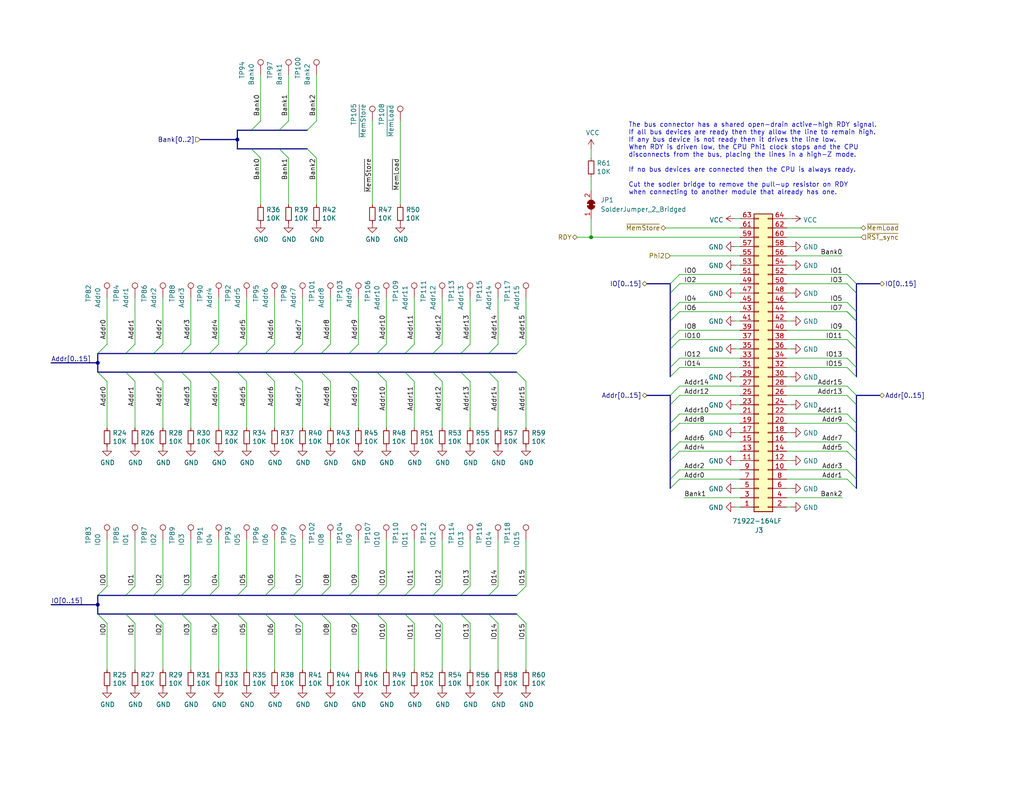
<source format=kicad_sch>
(kicad_sch (version 20230121) (generator eeschema)
  (paper "USLetter")
  (title_block (title "System Bus Connector") (date "2023-03-22") (rev "B") (comment 4 "Peripheral devices on separate boards connect to the system bus here."))
  (junction (at 161.29 64.77))
  (junction (at 26.67 165.1))
  (junction (at 64.77 38.1))
  (junction (at 26.67 99.06))
  (bus_entry (at 86.36 43.18) (size -2.54 -2.54))
  (bus_entry (at 128.27 160.02) (size -2.54 2.54))
  (bus_entry (at 59.69 160.02) (size -2.54 2.54))
  (bus_entry (at 135.89 170.18) (size -2.54 -2.54))
  (bus_entry (at 185.42 97.79) (size -2.54 2.54))
  (bus_entry (at 231.14 74.93) (size 2.54 2.54))
  (bus_entry (at 71.12 43.18) (size -2.54 -2.54))
  (bus_entry (at 233.68 125.73) (size -2.54 -2.54))
  (bus_entry (at 185.42 105.41) (size -2.54 2.54))
  (bus_entry (at 78.74 33.02) (size -2.54 2.54))
  (bus_entry (at 90.17 93.98) (size -2.54 2.54))
  (bus_entry (at 233.68 115.57) (size -2.54 -2.54))
  (bus_entry (at 185.42 77.47) (size -2.54 2.54))
  (bus_entry (at 185.42 128.27) (size -2.54 2.54))
  (bus_entry (at 82.55 104.14) (size -2.54 -2.54))
  (bus_entry (at 82.55 93.98) (size -2.54 2.54))
  (bus_entry (at 135.89 93.98) (size -2.54 2.54))
  (bus_entry (at 105.41 160.02) (size -2.54 2.54))
  (bus_entry (at 52.07 170.18) (size -2.54 -2.54))
  (bus_entry (at 36.83 104.14) (size -2.54 -2.54))
  (bus_entry (at 90.17 160.02) (size -2.54 2.54))
  (bus_entry (at 29.21 104.14) (size -2.54 -2.54))
  (bus_entry (at 233.68 118.11) (size -2.54 -2.54))
  (bus_entry (at 97.79 104.14) (size -2.54 -2.54))
  (bus_entry (at 78.74 43.18) (size -2.54 -2.54))
  (bus_entry (at 113.03 160.02) (size -2.54 2.54))
  (bus_entry (at 135.89 104.14) (size -2.54 -2.54))
  (bus_entry (at 97.79 170.18) (size -2.54 -2.54))
  (bus_entry (at 231.14 85.09) (size 2.54 2.54))
  (bus_entry (at 52.07 104.14) (size -2.54 -2.54))
  (bus_entry (at 67.31 160.02) (size -2.54 2.54))
  (bus_entry (at 44.45 104.14) (size -2.54 -2.54))
  (bus_entry (at 44.45 93.98) (size -2.54 2.54))
  (bus_entry (at 67.31 93.98) (size -2.54 2.54))
  (bus_entry (at 97.79 93.98) (size -2.54 2.54))
  (bus_entry (at 29.21 93.98) (size -2.54 2.54))
  (bus_entry (at 113.03 170.18) (size -2.54 -2.54))
  (bus_entry (at 44.45 160.02) (size -2.54 2.54))
  (bus_entry (at 185.42 82.55) (size -2.54 2.54))
  (bus_entry (at 128.27 104.14) (size -2.54 -2.54))
  (bus_entry (at 29.21 160.02) (size -2.54 2.54))
  (bus_entry (at 71.12 33.02) (size -2.54 2.54))
  (bus_entry (at 233.68 130.81) (size -2.54 -2.54))
  (bus_entry (at 231.14 85.09) (size 2.54 2.54))
  (bus_entry (at 233.68 110.49) (size -2.54 -2.54))
  (bus_entry (at 36.83 160.02) (size -2.54 2.54))
  (bus_entry (at 231.14 97.79) (size 2.54 2.54))
  (bus_entry (at 185.42 130.81) (size -2.54 2.54))
  (bus_entry (at 74.93 93.98) (size -2.54 2.54))
  (bus_entry (at 185.42 107.95) (size -2.54 2.54))
  (bus_entry (at 143.51 160.02) (size -2.54 2.54))
  (bus_entry (at 59.69 104.14) (size -2.54 -2.54))
  (bus_entry (at 185.42 100.33) (size -2.54 2.54))
  (bus_entry (at 231.14 82.55) (size 2.54 2.54))
  (bus_entry (at 52.07 93.98) (size -2.54 2.54))
  (bus_entry (at 143.51 93.98) (size -2.54 2.54))
  (bus_entry (at 120.65 160.02) (size -2.54 2.54))
  (bus_entry (at 231.14 90.17) (size 2.54 2.54))
  (bus_entry (at 185.42 113.03) (size -2.54 2.54))
  (bus_entry (at 185.42 92.71) (size -2.54 2.54))
  (bus_entry (at 59.69 93.98) (size -2.54 2.54))
  (bus_entry (at 97.79 160.02) (size -2.54 2.54))
  (bus_entry (at 143.51 170.18) (size -2.54 -2.54))
  (bus_entry (at 185.42 120.65) (size -2.54 2.54))
  (bus_entry (at 74.93 104.14) (size -2.54 -2.54))
  (bus_entry (at 90.17 170.18) (size -2.54 -2.54))
  (bus_entry (at 86.36 33.02) (size -2.54 2.54))
  (bus_entry (at 105.41 104.14) (size -2.54 -2.54))
  (bus_entry (at 233.68 133.35) (size -2.54 -2.54))
  (bus_entry (at 82.55 170.18) (size -2.54 -2.54))
  (bus_entry (at 82.55 160.02) (size -2.54 2.54))
  (bus_entry (at 67.31 104.14) (size -2.54 -2.54))
  (bus_entry (at 128.27 170.18) (size -2.54 -2.54))
  (bus_entry (at 59.69 170.18) (size -2.54 -2.54))
  (bus_entry (at 120.65 104.14) (size -2.54 -2.54))
  (bus_entry (at 231.14 100.33) (size 2.54 2.54))
  (bus_entry (at 44.45 170.18) (size -2.54 -2.54))
  (bus_entry (at 233.68 107.95) (size -2.54 -2.54))
  (bus_entry (at 105.41 170.18) (size -2.54 -2.54))
  (bus_entry (at 185.42 90.17) (size -2.54 2.54))
  (bus_entry (at 231.14 77.47) (size 2.54 2.54))
  (bus_entry (at 185.42 123.19) (size -2.54 2.54))
  (bus_entry (at 185.42 115.57) (size -2.54 2.54))
  (bus_entry (at 231.14 92.71) (size 2.54 2.54))
  (bus_entry (at 135.89 160.02) (size -2.54 2.54))
  (bus_entry (at 233.68 123.19) (size -2.54 -2.54))
  (bus_entry (at 52.07 160.02) (size -2.54 2.54))
  (bus_entry (at 67.31 170.18) (size -2.54 -2.54))
  (bus_entry (at 74.93 160.02) (size -2.54 2.54))
  (bus_entry (at 113.03 104.14) (size -2.54 -2.54))
  (bus_entry (at 128.27 93.98) (size -2.54 2.54))
  (bus_entry (at 36.83 170.18) (size -2.54 -2.54))
  (bus_entry (at 90.17 104.14) (size -2.54 -2.54))
  (bus_entry (at 29.21 170.18) (size -2.54 -2.54))
  (bus_entry (at 185.42 85.09) (size -2.54 2.54))
  (bus_entry (at 120.65 93.98) (size -2.54 2.54))
  (bus_entry (at 105.41 93.98) (size -2.54 2.54))
  (bus_entry (at 36.83 93.98) (size -2.54 2.54))
  (bus_entry (at 113.03 93.98) (size -2.54 2.54))
  (bus_entry (at 185.42 74.93) (size -2.54 2.54))
  (bus_entry (at 143.51 104.14) (size -2.54 -2.54))
  (bus_entry (at 120.65 170.18) (size -2.54 -2.54))
  (bus_entry (at 74.93 170.18) (size -2.54 -2.54))
  (bus (pts (xy 102.87 167.64) (xy 110.49 167.64)))
  (bus (pts (xy 57.15 162.56) (xy 64.77 162.56)))
  (bus (pts (xy 110.49 101.6) (xy 118.11 101.6)))
  (wire (pts (xy 185.42 113.03) (xy 201.93 113.03)))
  (bus (pts (xy 233.68 125.73) (xy 233.68 130.81)))
  (wire (pts (xy 215.9 95.25) (xy 214.63 95.25)))
  (bus (pts (xy 182.88 80.01) (xy 182.88 85.09)))
  (wire (pts (xy 214.63 100.33) (xy 231.14 100.33)))
  (wire (pts (xy 113.03 93.98) (xy 113.03 81.28)))
  (wire (pts (xy 214.63 97.79) (xy 231.14 97.79)))
  (bus (pts (xy 182.88 92.71) (xy 182.88 95.25)))
  (wire (pts (xy 231.14 120.65) (xy 214.63 120.65)))
  (bus (pts (xy 54.61 38.1) (xy 64.77 38.1)))
  (wire (pts (xy 59.69 104.14) (xy 59.69 116.84)))
  (bus (pts (xy 26.67 167.64) (xy 34.29 167.64)))
  (wire (pts (xy 186.69 135.89) (xy 201.93 135.89)))
  (bus (pts (xy 87.63 167.64) (xy 95.25 167.64)))
  (bus (pts (xy 133.35 96.52) (xy 140.97 96.52)))
  (bus (pts (xy 68.58 35.56) (xy 64.77 35.56)))
  (wire (pts (xy 97.79 160.02) (xy 97.79 147.32)))
  (bus (pts (xy 182.88 115.57) (xy 182.88 118.11)))
  (bus (pts (xy 233.68 107.95) (xy 233.68 110.49)))
  (bus (pts (xy 64.77 96.52) (xy 72.39 96.52)))
  (wire (pts (xy 71.12 43.18) (xy 71.12 55.88)))
  (bus (pts (xy 26.67 101.6) (xy 26.67 99.06)))
  (wire (pts (xy 135.89 160.02) (xy 135.89 147.32)))
  (bus (pts (xy 118.11 101.6) (xy 125.73 101.6)))
  (wire (pts (xy 101.6 33.02) (xy 101.6 55.88)))
  (wire (pts (xy 185.42 77.47) (xy 201.93 77.47)))
  (wire (pts (xy 161.29 48.26) (xy 161.29 52.07)))
  (wire (pts (xy 113.03 104.14) (xy 113.03 116.84)))
  (bus (pts (xy 233.68 130.81) (xy 233.68 133.35)))
  (bus (pts (xy 64.77 35.56) (xy 64.77 38.1)))
  (wire (pts (xy 90.17 160.02) (xy 90.17 147.32)))
  (wire (pts (xy 200.66 59.69) (xy 201.93 59.69)))
  (bus (pts (xy 233.68 118.11) (xy 233.68 123.19)))
  (wire (pts (xy 97.79 170.18) (xy 97.79 182.88)))
  (bus (pts (xy 80.01 96.52) (xy 87.63 96.52)))
  (wire (pts (xy 82.55 160.02) (xy 82.55 147.32)))
  (wire (pts (xy 161.29 40.64) (xy 161.29 43.18)))
  (bus (pts (xy 80.01 167.64) (xy 87.63 167.64)))
  (bus (pts (xy 182.88 130.81) (xy 182.88 133.35)))
  (wire (pts (xy 215.9 118.11) (xy 214.63 118.11)))
  (wire (pts (xy 90.17 93.98) (xy 90.17 81.28)))
  (wire (pts (xy 105.41 160.02) (xy 105.41 147.32)))
  (bus (pts (xy 64.77 38.1) (xy 64.77 40.64)))
  (bus (pts (xy 41.91 101.6) (xy 49.53 101.6)))
  (bus (pts (xy 41.91 96.52) (xy 49.53 96.52)))
  (bus (pts (xy 49.53 167.64) (xy 57.15 167.64)))
  (wire (pts (xy 185.42 115.57) (xy 201.93 115.57)))
  (bus (pts (xy 49.53 162.56) (xy 57.15 162.56)))
  (bus (pts (xy 240.03 107.95) (xy 233.68 107.95)))
  (wire (pts (xy 185.42 92.71) (xy 201.93 92.71)))
  (wire (pts (xy 128.27 160.02) (xy 128.27 147.32)))
  (wire (pts (xy 90.17 104.14) (xy 90.17 116.84)))
  (wire (pts (xy 200.66 125.73) (xy 201.93 125.73)))
  (bus (pts (xy 76.2 40.64) (xy 83.82 40.64)))
  (wire (pts (xy 200.66 110.49) (xy 201.93 110.49)))
  (wire (pts (xy 185.42 97.79) (xy 201.93 97.79)))
  (wire (pts (xy 185.42 82.55) (xy 201.93 82.55)))
  (bus (pts (xy 26.67 99.06) (xy 26.67 96.52)))
  (wire (pts (xy 185.42 74.93) (xy 201.93 74.93)))
  (bus (pts (xy 240.03 77.47) (xy 233.68 77.47)))
  (bus (pts (xy 182.88 87.63) (xy 182.88 92.71)))
  (wire (pts (xy 120.65 93.98) (xy 120.65 81.28)))
  (wire (pts (xy 29.21 160.02) (xy 29.21 147.32)))
  (bus (pts (xy 80.01 162.56) (xy 87.63 162.56)))
  (bus (pts (xy 233.68 92.71) (xy 233.68 95.25)))
  (wire (pts (xy 74.93 170.18) (xy 74.93 182.88)))
  (wire (pts (xy 29.21 170.18) (xy 29.21 182.88)))
  (bus (pts (xy 182.88 85.09) (xy 182.88 87.63)))
  (bus (pts (xy 182.88 125.73) (xy 182.88 130.81)))
  (bus (pts (xy 102.87 162.56) (xy 110.49 162.56)))
  (wire (pts (xy 97.79 104.14) (xy 97.79 116.84)))
  (wire (pts (xy 52.07 170.18) (xy 52.07 182.88)))
  (bus (pts (xy 176.53 107.95) (xy 182.88 107.95)))
  (bus (pts (xy 95.25 96.52) (xy 102.87 96.52)))
  (bus (pts (xy 57.15 96.52) (xy 64.77 96.52)))
  (bus (pts (xy 125.73 167.64) (xy 133.35 167.64)))
  (wire (pts (xy 44.45 160.02) (xy 44.45 147.32)))
  (wire (pts (xy 182.88 69.85) (xy 201.93 69.85)))
  (wire (pts (xy 128.27 104.14) (xy 128.27 116.84)))
  (wire (pts (xy 231.14 130.81) (xy 214.63 130.81)))
  (wire (pts (xy 201.93 120.65) (xy 185.42 120.65)))
  (wire (pts (xy 200.66 138.43) (xy 201.93 138.43)))
  (wire (pts (xy 200.66 118.11) (xy 201.93 118.11)))
  (wire (pts (xy 44.45 170.18) (xy 44.45 182.88)))
  (wire (pts (xy 200.66 80.01) (xy 201.93 80.01)))
  (bus (pts (xy 64.77 162.56) (xy 72.39 162.56)))
  (bus (pts (xy 233.68 95.25) (xy 233.68 100.33)))
  (wire (pts (xy 67.31 160.02) (xy 67.31 147.32)))
  (wire (pts (xy 214.63 113.03) (xy 231.14 113.03)))
  (wire (pts (xy 52.07 160.02) (xy 52.07 147.32)))
  (wire (pts (xy 82.55 170.18) (xy 82.55 182.88)))
  (bus (pts (xy 118.11 167.64) (xy 125.73 167.64)))
  (wire (pts (xy 157.48 64.77) (xy 161.29 64.77)))
  (bus (pts (xy 182.88 95.25) (xy 182.88 100.33)))
  (wire (pts (xy 143.51 160.02) (xy 143.51 147.32)))
  (bus (pts (xy 13.97 165.1) (xy 26.67 165.1)))
  (wire (pts (xy 215.9 102.87) (xy 214.63 102.87)))
  (bus (pts (xy 233.68 115.57) (xy 233.68 118.11)))
  (bus (pts (xy 57.15 167.64) (xy 64.77 167.64)))
  (wire (pts (xy 215.9 80.01) (xy 214.63 80.01)))
  (wire (pts (xy 214.63 123.19) (xy 231.14 123.19)))
  (wire (pts (xy 200.66 95.25) (xy 201.93 95.25)))
  (bus (pts (xy 26.67 96.52) (xy 34.29 96.52)))
  (bus (pts (xy 34.29 162.56) (xy 41.91 162.56)))
  (bus (pts (xy 233.68 110.49) (xy 233.68 115.57)))
  (bus (pts (xy 176.53 77.47) (xy 182.88 77.47)))
  (bus (pts (xy 125.73 96.52) (xy 133.35 96.52)))
  (wire (pts (xy 231.14 105.41) (xy 214.63 105.41)))
  (wire (pts (xy 113.03 170.18) (xy 113.03 182.88)))
  (wire (pts (xy 36.83 160.02) (xy 36.83 147.32)))
  (wire (pts (xy 185.42 105.41) (xy 201.93 105.41)))
  (wire (pts (xy 214.63 85.09) (xy 231.14 85.09)))
  (wire (pts (xy 200.66 133.35) (xy 201.93 133.35)))
  (bus (pts (xy 26.67 101.6) (xy 34.29 101.6)))
  (wire (pts (xy 231.14 128.27) (xy 214.63 128.27)))
  (bus (pts (xy 95.25 167.64) (xy 102.87 167.64)))
  (wire (pts (xy 214.63 90.17) (xy 231.14 90.17)))
  (wire (pts (xy 120.65 170.18) (xy 120.65 182.88)))
  (bus (pts (xy 182.88 107.95) (xy 182.88 110.49)))
  (bus (pts (xy 76.2 35.56) (xy 68.58 35.56)))
  (wire (pts (xy 231.14 107.95) (xy 214.63 107.95)))
  (wire (pts (xy 59.69 170.18) (xy 59.69 182.88)))
  (wire (pts (xy 185.42 90.17) (xy 201.93 90.17)))
  (wire (pts (xy 67.31 170.18) (xy 67.31 182.88)))
  (bus (pts (xy 72.39 96.52) (xy 80.01 96.52)))
  (bus (pts (xy 110.49 162.56) (xy 118.11 162.56)))
  (bus (pts (xy 110.49 167.64) (xy 118.11 167.64)))
  (wire (pts (xy 78.74 43.18) (xy 78.74 55.88)))
  (wire (pts (xy 214.63 59.69) (xy 215.9 59.69)))
  (bus (pts (xy 87.63 96.52) (xy 95.25 96.52)))
  (wire (pts (xy 231.14 74.93) (xy 214.63 74.93)))
  (wire (pts (xy 105.41 104.14) (xy 105.41 116.84)))
  (wire (pts (xy 82.55 104.14) (xy 82.55 116.84)))
  (wire (pts (xy 74.93 104.14) (xy 74.93 116.84)))
  (wire (pts (xy 200.66 67.31) (xy 201.93 67.31)))
  (wire (pts (xy 185.42 128.27) (xy 201.93 128.27)))
  (bus (pts (xy 49.53 96.52) (xy 57.15 96.52)))
  (bus (pts (xy 13.97 99.06) (xy 26.67 99.06)))
  (wire (pts (xy 181.61 62.23) (xy 201.93 62.23)))
  (bus (pts (xy 83.82 35.56) (xy 76.2 35.56)))
  (wire (pts (xy 215.9 67.31) (xy 214.63 67.31)))
  (bus (pts (xy 233.68 100.33) (xy 233.68 102.87)))
  (wire (pts (xy 36.83 170.18) (xy 36.83 182.88)))
  (wire (pts (xy 214.63 92.71) (xy 231.14 92.71)))
  (bus (pts (xy 34.29 167.64) (xy 41.91 167.64)))
  (wire (pts (xy 135.89 104.14) (xy 135.89 116.84)))
  (wire (pts (xy 143.51 104.14) (xy 143.51 116.84)))
  (bus (pts (xy 72.39 162.56) (xy 80.01 162.56)))
  (wire (pts (xy 200.66 87.63) (xy 201.93 87.63)))
  (wire (pts (xy 215.9 87.63) (xy 214.63 87.63)))
  (wire (pts (xy 59.69 160.02) (xy 59.69 147.32)))
  (bus (pts (xy 26.67 167.64) (xy 26.67 165.1)))
  (bus (pts (xy 118.11 96.52) (xy 125.73 96.52)))
  (wire (pts (xy 201.93 130.81) (xy 185.42 130.81)))
  (bus (pts (xy 233.68 77.47) (xy 233.68 80.01)))
  (wire (pts (xy 82.55 93.98) (xy 82.55 81.28)))
  (bus (pts (xy 118.11 162.56) (xy 125.73 162.56)))
  (bus (pts (xy 182.88 100.33) (xy 182.88 102.87)))
  (wire (pts (xy 71.12 33.02) (xy 71.12 20.32)))
  (bus (pts (xy 133.35 167.64) (xy 140.97 167.64)))
  (wire (pts (xy 36.83 104.14) (xy 36.83 116.84)))
  (bus (pts (xy 34.29 101.6) (xy 41.91 101.6)))
  (wire (pts (xy 97.79 93.98) (xy 97.79 81.28)))
  (wire (pts (xy 143.51 93.98) (xy 143.51 81.28)))
  (bus (pts (xy 72.39 101.6) (xy 80.01 101.6)))
  (wire (pts (xy 128.27 170.18) (xy 128.27 182.88)))
  (wire (pts (xy 128.27 93.98) (xy 128.27 81.28)))
  (bus (pts (xy 34.29 96.52) (xy 41.91 96.52)))
  (wire (pts (xy 214.63 64.77) (xy 234.95 64.77)))
  (bus (pts (xy 102.87 96.52) (xy 110.49 96.52)))
  (wire (pts (xy 113.03 160.02) (xy 113.03 147.32)))
  (bus (pts (xy 64.77 101.6) (xy 72.39 101.6)))
  (bus (pts (xy 182.88 110.49) (xy 182.88 115.57)))
  (bus (pts (xy 87.63 101.6) (xy 95.25 101.6)))
  (bus (pts (xy 133.35 162.56) (xy 140.97 162.56)))
  (wire (pts (xy 67.31 104.14) (xy 67.31 116.84)))
  (wire (pts (xy 120.65 160.02) (xy 120.65 147.32)))
  (wire (pts (xy 234.95 62.23) (xy 214.63 62.23)))
  (bus (pts (xy 125.73 101.6) (xy 133.35 101.6)))
  (wire (pts (xy 44.45 93.98) (xy 44.45 81.28)))
  (wire (pts (xy 215.9 125.73) (xy 214.63 125.73)))
  (bus (pts (xy 110.49 96.52) (xy 118.11 96.52)))
  (wire (pts (xy 200.66 102.87) (xy 201.93 102.87)))
  (wire (pts (xy 185.42 123.19) (xy 201.93 123.19)))
  (bus (pts (xy 41.91 167.64) (xy 49.53 167.64)))
  (wire (pts (xy 201.93 107.95) (xy 185.42 107.95)))
  (bus (pts (xy 233.68 87.63) (xy 233.68 92.71)))
  (bus (pts (xy 49.53 101.6) (xy 57.15 101.6)))
  (bus (pts (xy 72.39 167.64) (xy 80.01 167.64)))
  (bus (pts (xy 57.15 101.6) (xy 64.77 101.6)))
  (wire (pts (xy 74.93 93.98) (xy 74.93 81.28)))
  (bus (pts (xy 233.68 85.09) (xy 233.68 87.63)))
  (bus (pts (xy 233.68 80.01) (xy 233.68 85.09)))
  (bus (pts (xy 26.67 165.1) (xy 26.67 162.56)))
  (wire (pts (xy 86.36 43.18) (xy 86.36 55.88)))
  (wire (pts (xy 231.14 115.57) (xy 214.63 115.57)))
  (bus (pts (xy 102.87 101.6) (xy 110.49 101.6)))
  (bus (pts (xy 64.77 167.64) (xy 72.39 167.64)))
  (wire (pts (xy 135.89 170.18) (xy 135.89 182.88)))
  (bus (pts (xy 133.35 101.6) (xy 140.97 101.6)))
  (bus (pts (xy 80.01 101.6) (xy 87.63 101.6)))
  (wire (pts (xy 143.51 170.18) (xy 143.51 182.88)))
  (bus (pts (xy 95.25 101.6) (xy 102.87 101.6)))
  (wire (pts (xy 36.83 93.98) (xy 36.83 81.28)))
  (wire (pts (xy 215.9 72.39) (xy 214.63 72.39)))
  (wire (pts (xy 185.42 100.33) (xy 201.93 100.33)))
  (wire (pts (xy 214.63 82.55) (xy 231.14 82.55)))
  (wire (pts (xy 215.9 138.43) (xy 214.63 138.43)))
  (wire (pts (xy 44.45 104.14) (xy 44.45 116.84)))
  (bus (pts (xy 41.91 162.56) (xy 49.53 162.56)))
  (wire (pts (xy 109.22 33.02) (xy 109.22 55.88)))
  (wire (pts (xy 231.14 77.47) (xy 214.63 77.47)))
  (wire (pts (xy 105.41 93.98) (xy 105.41 81.28)))
  (wire (pts (xy 120.65 104.14) (xy 120.65 116.84)))
  (wire (pts (xy 135.89 93.98) (xy 135.89 81.28)))
  (wire (pts (xy 67.31 93.98) (xy 67.31 81.28)))
  (bus (pts (xy 26.67 162.56) (xy 34.29 162.56)))
  (wire (pts (xy 29.21 93.98) (xy 29.21 81.28)))
  (wire (pts (xy 52.07 93.98) (xy 52.07 81.28)))
  (wire (pts (xy 105.41 170.18) (xy 105.41 182.88)))
  (bus (pts (xy 182.88 118.11) (xy 182.88 123.19)))
  (wire (pts (xy 86.36 33.02) (xy 86.36 20.32)))
  (wire (pts (xy 185.42 85.09) (xy 201.93 85.09)))
  (wire (pts (xy 161.29 64.77) (xy 201.93 64.77)))
  (wire (pts (xy 90.17 170.18) (xy 90.17 182.88)))
  (bus (pts (xy 95.25 162.56) (xy 102.87 162.56)))
  (bus (pts (xy 87.63 162.56) (xy 95.25 162.56)))
  (bus (pts (xy 68.58 40.64) (xy 76.2 40.64)))
  (wire (pts (xy 161.29 59.69) (xy 161.29 64.77)))
  (bus (pts (xy 125.73 162.56) (xy 133.35 162.56)))
  (wire (pts (xy 52.07 104.14) (xy 52.07 116.84)))
  (wire (pts (xy 215.9 133.35) (xy 214.63 133.35)))
  (wire (pts (xy 29.21 104.14) (xy 29.21 116.84)))
  (wire (pts (xy 215.9 110.49) (xy 214.63 110.49)))
  (wire (pts (xy 78.74 33.02) (xy 78.74 20.32)))
  (wire (pts (xy 229.87 135.89) (xy 214.63 135.89)))
  (wire (pts (xy 59.69 93.98) (xy 59.69 81.28)))
  (bus (pts (xy 182.88 77.47) (xy 182.88 80.01)))
  (bus (pts (xy 182.88 123.19) (xy 182.88 125.73)))
  (bus (pts (xy 233.68 123.19) (xy 233.68 125.73)))
  (wire (pts (xy 200.66 72.39) (xy 201.93 72.39)))
  (wire (pts (xy 74.93 160.02) (xy 74.93 147.32)))
  (bus (pts (xy 64.77 40.64) (xy 68.58 40.64)))
  (wire (pts (xy 229.87 69.85) (xy 214.63 69.85)))
  (text "The bus connector has a shared open-drain active-high RDY signal.\nIf all bus devices are ready then they allow the line to remain high.\nIf any bus device is not ready then it drives the line low.\nWhen RDY is driven low, the CPU Phi1 clock stops and the CPU\ndisconnects from the bus, placing the lines in a high-Z mode.\n\nIf no bus devices are connected then the CPU is always ready.\n\nCut the sodler bridge to remove the pull-up resistor on RDY\nwhen connecting to another module that already has one." (at 171.45 53.34 0) (effects (font (size 1.27 1.27)) (justify left bottom)))
  (label "Addr8" (at 90.17 92.71 90))
  (label "Addr0" (at 29.21 105.41 270))
  (label "Bank0" (at 229.87 69.85 180))
  (label "IO5" (at 67.31 170.18 270))
  (label "Addr10" (at 105.41 105.41 270))
  (label "Addr13" (at 128.27 92.71 90))
  (label "IO11" (at 113.03 160.02 90))
  (label "Bank1" (at 186.69 135.89 0))
  (label "IO0" (at 29.21 170.18 270))
  (label "Addr13" (at 229.87 107.95 180))
  (label "Addr15" (at 143.51 92.71 90))
  (label "IO9" (at 97.79 170.18 270))
  (label "Addr15" (at 143.51 105.41 270))
  (label "Bank0" (at 71.12 43.18 270))
  (label "Bank2" (at 86.36 31.75 90))
  (label "Addr2" (at 44.45 105.41 270))
  (label "Addr5" (at 67.31 105.41 270))
  (label "IO1" (at 36.83 160.02 90))
  (label "Addr13" (at 128.27 105.41 270))
  (label "Addr7" (at 82.55 92.71 90))
  (label "Addr3" (at 52.07 92.71 90))
  (label "Addr10" (at 105.41 92.71 90))
  (label "Addr11" (at 113.03 105.41 270))
  (label "Addr6" (at 74.93 92.71 90))
  (label "IO8" (at 90.17 170.18 270))
  (label "Addr4" (at 186.69 123.19 0))
  (label "IO10" (at 186.69 92.71 0))
  (label "IO6" (at 186.69 85.09 0))
  (label "IO15" (at 143.51 170.18 270))
  (label "IO6" (at 74.93 170.18 270))
  (label "Addr4" (at 59.69 105.41 270))
  (label "Bank2" (at 229.87 135.89 180))
  (label "IO7" (at 82.55 160.02 90))
  (label "Addr14" (at 135.89 105.41 270))
  (label "Addr8" (at 186.69 115.57 0))
  (label "Addr7" (at 229.87 120.65 180))
  (label "IO7" (at 229.87 85.09 180))
  (label "Addr3" (at 52.07 105.41 270))
  (label "Addr7" (at 82.55 105.41 270))
  (label "Addr1" (at 229.87 130.81 180))
  (label "Addr6" (at 74.93 105.41 270))
  (label "IO7" (at 82.55 170.18 270))
  (label "Addr5" (at 229.87 123.19 180))
  (label "IO1" (at 36.83 170.18 270))
  (label "IO0" (at 186.69 74.93 0))
  (label "IO0" (at 29.21 160.02 90))
  (label "Addr15" (at 229.87 105.41 180))
  (label "~{MemStore}" (at 101.6 43.18 270))
  (label "Addr14" (at 186.69 105.41 0))
  (label "Addr9" (at 229.87 115.57 180))
  (label "IO13" (at 128.27 170.18 270))
  (label "IO11" (at 113.03 170.18 270))
  (label "IO5" (at 229.87 82.55 180))
  (label "Addr9" (at 97.79 105.41 270))
  (label "Addr5" (at 67.31 92.71 90))
  (label "IO6" (at 74.93 160.02 90))
  (label "IO9" (at 97.79 160.02 90))
  (label "IO4" (at 59.69 160.02 90))
  (label "IO15" (at 229.87 100.33 180))
  (label "Addr12" (at 186.69 107.95 0))
  (label "IO12" (at 120.65 160.02 90))
  (label "Addr0" (at 186.69 130.81 0))
  (label "IO2" (at 186.69 77.47 0))
  (label "IO9" (at 229.87 90.17 180))
  (label "IO14" (at 135.89 160.02 90))
  (label "IO11" (at 229.87 92.71 180))
  (label "Bank1" (at 78.74 43.18 270))
  (label "Addr2" (at 44.45 92.71 90))
  (label "IO2" (at 44.45 160.02 90))
  (label "IO10" (at 105.41 170.18 270))
  (label "Addr8" (at 90.17 105.41 270))
  (label "Addr6" (at 186.69 120.65 0))
  (label "IO3" (at 52.07 160.02 90))
  (label "Addr12" (at 120.65 92.71 90))
  (label "IO13" (at 229.87 97.79 180))
  (label "Addr4" (at 59.69 92.71 90))
  (label "Addr11" (at 113.03 92.71 90))
  (label "IO10" (at 105.41 160.02 90))
  (label "IO4" (at 186.69 82.55 0))
  (label "IO3" (at 229.87 77.47 180))
  (label "IO8" (at 186.69 90.17 0))
  (label "Addr14" (at 135.89 92.71 90))
  (label "~{MemLoad}" (at 109.22 43.18 270))
  (label "IO14" (at 186.69 100.33 0))
  (label "Bank2" (at 86.36 43.18 270))
  (label "Addr12" (at 120.65 105.41 270))
  (label "Addr[0..15]" (at 13.97 99.06 0))
  (label "IO15" (at 143.51 160.02 90))
  (label "Addr0" (at 29.21 92.71 90))
  (label "IO4" (at 59.69 170.18 270))
  (label "Addr10" (at 186.69 113.03 0))
  (label "IO2" (at 44.45 170.18 270))
  (label "IO8" (at 90.17 160.02 90))
  (label "Bank0" (at 71.12 31.75 90))
  (label "IO14" (at 135.89 170.18 270))
  (label "Addr3" (at 229.87 128.27 180))
  (label "IO12" (at 120.65 170.18 270))
  (label "IO5" (at 67.31 160.02 90))
  (label "IO[0..15]" (at 13.97 165.1 0))
  (label "Addr1" (at 36.83 92.71 90))
  (label "IO3" (at 52.07 170.18 270))
  (label "IO12" (at 186.69 97.79 0))
  (label "Bank1" (at 78.74 31.75 90))
  (label "Addr2" (at 186.69 128.27 0))
  (label "Addr1" (at 36.83 105.41 270))
  (label "Addr11" (at 229.87 113.03 180))
  (label "Addr9" (at 97.79 92.71 90))
  (label "IO1" (at 229.87 74.93 180))
  (label "IO13" (at 128.27 160.02 90))
  (hierarchical_label "~{MemStore}" (shape tri_state) (at 181.61 62.23 180))
  (hierarchical_label "Bank[0..2]" (shape input) (at 54.61 38.1 180))
  (hierarchical_label "~{RST_sync}" (shape input) (at 234.95 64.77 0))
  (hierarchical_label "RDY" (shape bidirectional) (at 157.48 64.77 180))
  (hierarchical_label "IO[0..15]" (shape tri_state) (at 240.03 77.47 0))
  (hierarchical_label "Addr[0..15]" (shape tri_state) (at 176.53 107.95 180))
  (hierarchical_label "~{MemLoad}" (shape tri_state) (at 234.95 62.23 0))
  (hierarchical_label "IO[0..15]" (shape tri_state) (at 176.53 77.47 180))
  (hierarchical_label "Addr[0..15]" (shape tri_state) (at 240.03 107.95 0))
  (hierarchical_label "Phi2" (shape input) (at 182.88 69.85 180))
  (symbol (lib_id "Connector_Generic:Conn_02x32_Odd_Even") (at 207.01 100.33 0) (mirror x) (unit 1)
    (property "Reference" "J3" (at 208.28 144.78 0) (effects (justify right)))
    (property "Value" "71922-164LF" (at 213.36 142.24 0) (effects (justify right)))
    (property "Footprint" "Connector_IDC:IDC-Header_2x32_P2.54mm_Horizontal" (effects hide))
    (property "Mouser" "https://www.mouser.com/ProductDetail/Amphenol-FCI/71922-164LF?qs=sGAEpiMZZMtXHE36kCvv3%2FocQ30y1qC0" (effects hide))
  )
  (symbol (lib_id "power:GND") (at 215.9 133.35 90) (mirror x) (unit 1)
    (property "Reference" "#PWR0465" (effects hide))
    (property "Value" "GND" (at 219.1512 133.477 90) (effects (justify right)))
  )
  (symbol (lib_id "power:GND") (at 200.66 67.31 270) (unit 1)
    (property "Reference" "#PWR0444" (effects hide))
    (property "Value" "GND" (at 197.4088 67.437 90) (effects (justify right)))
  )
  (symbol (lib_id "power:VCC") (at 161.29 40.64 0) (unit 1)
    (property "Reference" "#PWR0442" (effects hide))
    (property "Value" "VCC" (at 161.7218 36.2458 0))
  )
  (symbol (lib_id "Device:R_Small") (at 161.29 45.72 0) (unit 1)
    (property "Reference" "R61" (at 162.7886 44.5516 0) (effects (justify left)))
    (property "Value" "10K" (at 162.7886 46.863 0) (effects (justify left)))
    (property "Footprint" "Resistor_SMD:R_0603_1608Metric_Pad0.98x0.95mm_HandSolder" (effects hide))
    (property "Mouser" "https://www.mouser.com/ProductDetail/652-CR0603FX-1002ELF" (effects hide))
  )
  (symbol (lib_id "power:GND") (at 215.9 80.01 90) (mirror x) (unit 1)
    (property "Reference" "#PWR0458" (effects hide))
    (property "Value" "GND" (at 219.1512 80.137 90) (effects (justify right)))
  )
  (symbol (lib_id "power:GND") (at 200.66 80.01 270) (unit 1)
    (property "Reference" "#PWR0446" (effects hide))
    (property "Value" "GND" (at 197.4088 80.137 90) (effects (justify right)))
  )
  (symbol (lib_id "power:VCC") (at 215.9 59.69 270) (unit 1)
    (property "Reference" "#PWR0455" (effects hide))
    (property "Value" "VCC" (at 219.1512 60.071 90) (effects (justify left)))
  )
  (symbol (lib_id "power:VCC") (at 200.66 59.69 90) (mirror x) (unit 1)
    (property "Reference" "#PWR0443" (effects hide))
    (property "Value" "VCC" (at 197.4342 60.071 90) (effects (justify left)))
  )
  (symbol (lib_id "power:GND") (at 71.12 60.96 0) (unit 1)
    (property "Reference" "#PWR0417" (effects hide))
    (property "Value" "GND" (at 71.247 65.3542 0))
  )
  (symbol (lib_id "power:GND") (at 78.74 60.96 0) (unit 1)
    (property "Reference" "#PWR0420" (effects hide))
    (property "Value" "GND" (at 78.867 65.3542 0))
  )
  (symbol (lib_id "power:GND") (at 86.36 60.96 0) (unit 1)
    (property "Reference" "#PWR0423" (effects hide))
    (property "Value" "GND" (at 86.487 65.3542 0))
  )
  (symbol (lib_id "Device:R_Small") (at 71.12 58.42 0) (unit 1)
    (property "Reference" "R36" (at 72.6186 57.2516 0) (effects (justify left)))
    (property "Value" "10K" (at 72.6186 59.563 0) (effects (justify left)))
    (property "Footprint" "Resistor_SMD:R_0603_1608Metric_Pad0.98x0.95mm_HandSolder" (effects hide))
    (property "Mouser" "https://www.mouser.com/ProductDetail/652-CR0603FX-1002ELF" (effects hide))
  )
  (symbol (lib_id "Device:R_Small") (at 78.74 58.42 0) (unit 1)
    (property "Reference" "R39" (at 80.2386 57.2516 0) (effects (justify left)))
    (property "Value" "10K" (at 80.2386 59.563 0) (effects (justify left)))
    (property "Footprint" "Resistor_SMD:R_0603_1608Metric_Pad0.98x0.95mm_HandSolder" (effects hide))
    (property "Mouser" "https://www.mouser.com/ProductDetail/652-CR0603FX-1002ELF" (effects hide))
  )
  (symbol (lib_id "Device:R_Small") (at 86.36 58.42 0) (unit 1)
    (property "Reference" "R42" (at 87.8586 57.2516 0) (effects (justify left)))
    (property "Value" "10K" (at 87.8586 59.563 0) (effects (justify left)))
    (property "Footprint" "Resistor_SMD:R_0603_1608Metric_Pad0.98x0.95mm_HandSolder" (effects hide))
    (property "Mouser" "https://www.mouser.com/ProductDetail/652-CR0603FX-1002ELF" (effects hide))
  )
  (symbol (lib_id "power:GND") (at 200.66 118.11 270) (unit 1)
    (property "Reference" "#PWR0451" (effects hide))
    (property "Value" "GND" (at 197.4088 118.237 90) (effects (justify right)))
  )
  (symbol (lib_id "power:GND") (at 200.66 133.35 270) (unit 1)
    (property "Reference" "#PWR0453" (effects hide))
    (property "Value" "GND" (at 197.4088 133.477 90) (effects (justify right)))
  )
  (symbol (lib_id "power:GND") (at 200.66 110.49 270) (unit 1)
    (property "Reference" "#PWR0450" (effects hide))
    (property "Value" "GND" (at 197.4088 110.617 90) (effects (justify right)))
  )
  (symbol (lib_id "power:GND") (at 215.9 87.63 90) (mirror x) (unit 1)
    (property "Reference" "#PWR0459" (effects hide))
    (property "Value" "GND" (at 219.1512 87.757 90) (effects (justify right)))
  )
  (symbol (lib_id "power:GND") (at 200.66 87.63 270) (unit 1)
    (property "Reference" "#PWR0447" (effects hide))
    (property "Value" "GND" (at 197.4088 87.757 90) (effects (justify right)))
  )
  (symbol (lib_id "power:GND") (at 200.66 125.73 270) (unit 1)
    (property "Reference" "#PWR0452" (effects hide))
    (property "Value" "GND" (at 197.4088 125.857 90) (effects (justify right)))
  )
  (symbol (lib_id "power:GND") (at 215.9 67.31 90) (mirror x) (unit 1)
    (property "Reference" "#PWR0456" (effects hide))
    (property "Value" "GND" (at 219.1512 67.437 90) (effects (justify right)))
  )
  (symbol (lib_id "power:GND") (at 215.9 110.49 90) (mirror x) (unit 1)
    (property "Reference" "#PWR0462" (effects hide))
    (property "Value" "GND" (at 219.1512 110.617 90) (effects (justify right)))
  )
  (symbol (lib_id "power:GND") (at 215.9 118.11 90) (mirror x) (unit 1)
    (property "Reference" "#PWR0463" (effects hide))
    (property "Value" "GND" (at 219.1512 118.237 90) (effects (justify right)))
  )
  (symbol (lib_id "power:GND") (at 215.9 125.73 90) (mirror x) (unit 1)
    (property "Reference" "#PWR0464" (effects hide))
    (property "Value" "GND" (at 219.1512 125.857 90) (effects (justify right)))
  )
  (symbol (lib_id "power:GND") (at 200.66 72.39 270) (unit 1)
    (property "Reference" "#PWR0445" (effects hide))
    (property "Value" "GND" (at 197.4088 72.517 90) (effects (justify right)))
  )
  (symbol (lib_id "power:GND") (at 215.9 72.39 90) (mirror x) (unit 1)
    (property "Reference" "#PWR0457" (effects hide))
    (property "Value" "GND" (at 219.1512 72.517 90) (effects (justify right)))
  )
  (symbol (lib_id "power:GND") (at 200.66 95.25 270) (unit 1)
    (property "Reference" "#PWR0448" (effects hide))
    (property "Value" "GND" (at 197.4088 95.377 90) (effects (justify right)))
  )
  (symbol (lib_id "power:GND") (at 200.66 102.87 270) (unit 1)
    (property "Reference" "#PWR0449" (effects hide))
    (property "Value" "GND" (at 197.4088 102.997 90) (effects (justify right)))
  )
  (symbol (lib_id "power:GND") (at 215.9 95.25 90) (mirror x) (unit 1)
    (property "Reference" "#PWR0460" (effects hide))
    (property "Value" "GND" (at 219.1512 95.377 90) (effects (justify right)))
  )
  (symbol (lib_id "power:GND") (at 215.9 102.87 90) (mirror x) (unit 1)
    (property "Reference" "#PWR0461" (effects hide))
    (property "Value" "GND" (at 219.1512 102.997 90) (effects (justify right)))
  )
  (symbol (lib_id "power:GND") (at 215.9 138.43 90) (mirror x) (unit 1)
    (property "Reference" "#PWR0466" (effects hide))
    (property "Value" "GND" (at 219.1512 138.557 90) (effects (justify right)))
  )
  (symbol (lib_id "power:GND") (at 200.66 138.43 270) (unit 1)
    (property "Reference" "#PWR0454" (effects hide))
    (property "Value" "GND" (at 197.4088 138.557 90) (effects (justify right)))
  )
  (symbol (lib_id "power:GND") (at 36.83 187.96 0) (unit 1)
    (property "Reference" "#PWR0408" (effects hide))
    (property "Value" "GND" (at 36.957 192.3542 0))
  )
  (symbol (lib_id "Device:R_Small") (at 44.45 119.38 0) (unit 1)
    (property "Reference" "R28" (at 45.9486 118.2116 0) (effects (justify left)))
    (property "Value" "10K" (at 45.9486 120.523 0) (effects (justify left)))
    (property "Footprint" "Resistor_SMD:R_0603_1608Metric_Pad0.98x0.95mm_HandSolder" (effects hide))
    (property "Mouser" "https://www.mouser.com/ProductDetail/652-CR0603FX-1002ELF" (effects hide))
  )
  (symbol (lib_id "Connector:TestPoint") (at 135.89 81.28 0) (unit 1)
    (property "Reference" "TP115" (at 130.81 82.55 90) (effects (justify left)))
    (property "Value" "Addr14" (at 133.35 81.28 90))
    (property "Footprint" "TestPoint:TestPoint_Pad_D1.0mm" (effects hide))
  )
  (symbol (lib_id "Device:R_Small") (at 113.03 185.42 0) (unit 1)
    (property "Reference" "R52" (at 114.5286 184.2516 0) (effects (justify left)))
    (property "Value" "10K" (at 114.5286 186.563 0) (effects (justify left)))
    (property "Footprint" "Resistor_SMD:R_0603_1608Metric_Pad0.98x0.95mm_HandSolder" (effects hide))
    (property "Mouser" "https://www.mouser.com/ProductDetail/652-CR0603FX-1002ELF" (effects hide))
  )
  (symbol (lib_id "power:GND") (at 97.79 187.96 0) (unit 1)
    (property "Reference" "#PWR0427" (effects hide))
    (property "Value" "GND" (at 97.917 192.3542 0))
  )
  (symbol (lib_id "power:GND") (at 101.6 60.96 0) (unit 1)
    (property "Reference" "#PWR0428" (effects hide))
    (property "Value" "GND" (at 101.727 65.3542 0))
  )
  (symbol (lib_id "Connector:TestPoint") (at 74.93 147.32 0) (unit 1)
    (property "Reference" "TP96" (at 69.85 148.59 90) (effects (justify left)))
    (property "Value" "IO6" (at 72.39 147.32 90))
    (property "Footprint" "TestPoint:TestPoint_Pad_D1.0mm" (effects hide))
  )
  (symbol (lib_id "Connector:TestPoint") (at 52.07 147.32 0) (unit 1)
    (property "Reference" "TP89" (at 46.99 148.59 90) (effects (justify left)))
    (property "Value" "IO3" (at 49.53 147.32 90))
    (property "Footprint" "TestPoint:TestPoint_Pad_D1.0mm" (effects hide))
  )
  (symbol (lib_id "power:GND") (at 120.65 187.96 0) (unit 1)
    (property "Reference" "#PWR0435" (effects hide))
    (property "Value" "GND" (at 120.777 192.3542 0))
  )
  (symbol (lib_id "Device:R_Small") (at 59.69 185.42 0) (unit 1)
    (property "Reference" "R33" (at 61.1886 184.2516 0) (effects (justify left)))
    (property "Value" "10K" (at 61.1886 186.563 0) (effects (justify left)))
    (property "Footprint" "Resistor_SMD:R_0603_1608Metric_Pad0.98x0.95mm_HandSolder" (effects hide))
    (property "Mouser" "https://www.mouser.com/ProductDetail/652-CR0603FX-1002ELF" (effects hide))
  )
  (symbol (lib_id "Connector:TestPoint") (at 128.27 81.28 0) (unit 1)
    (property "Reference" "TP113" (at 123.19 82.55 90) (effects (justify left)))
    (property "Value" "Addr13" (at 125.73 81.28 90))
    (property "Footprint" "TestPoint:TestPoint_Pad_D1.0mm" (effects hide))
  )
  (symbol (lib_id "Connector:TestPoint") (at 113.03 147.32 0) (unit 1)
    (property "Reference" "TP110" (at 107.95 148.59 90) (effects (justify left)))
    (property "Value" "IO11" (at 110.49 147.32 90))
    (property "Footprint" "TestPoint:TestPoint_Pad_D1.0mm" (effects hide))
  )
  (symbol (lib_id "Connector:TestPoint") (at 101.6 33.02 0) (unit 1)
    (property "Reference" "TP105" (at 96.52 34.29 90) (effects (justify left)))
    (property "Value" "~{MemStore}" (at 99.06 33.02 90))
    (property "Footprint" "TestPoint:TestPoint_Pad_D1.0mm" (effects hide))
  )
  (symbol (lib_id "power:GND") (at 105.41 121.92 0) (unit 1)
    (property "Reference" "#PWR0429" (effects hide))
    (property "Value" "GND" (at 105.537 126.3142 0))
  )
  (symbol (lib_id "power:GND") (at 82.55 187.96 0) (unit 1)
    (property "Reference" "#PWR0422" (effects hide))
    (property "Value" "GND" (at 82.677 192.3542 0))
  )
  (symbol (lib_id "power:GND") (at 29.21 187.96 0) (unit 1)
    (property "Reference" "#PWR0406" (effects hide))
    (property "Value" "GND" (at 29.337 192.3542 0))
  )
  (symbol (lib_id "Connector:TestPoint") (at 97.79 81.28 0) (unit 1)
    (property "Reference" "TP103" (at 92.71 82.55 90) (effects (justify left)))
    (property "Value" "Addr9" (at 95.25 81.28 90))
    (property "Footprint" "TestPoint:TestPoint_Pad_D1.0mm" (effects hide))
  )
  (symbol (lib_id "power:GND") (at 67.31 121.92 0) (unit 1)
    (property "Reference" "#PWR0415" (effects hide))
    (property "Value" "GND" (at 67.437 126.3142 0))
  )
  (symbol (lib_id "Connector:TestPoint") (at 78.74 20.32 0) (unit 1)
    (property "Reference" "TP97" (at 73.66 21.59 90) (effects (justify left)))
    (property "Value" "Bank1" (at 76.2 20.32 90))
    (property "Footprint" "TestPoint:TestPoint_Pad_D1.0mm" (effects hide))
  )
  (symbol (lib_id "Connector:TestPoint") (at 120.65 147.32 0) (unit 1)
    (property "Reference" "TP112" (at 115.57 148.59 90) (effects (justify left)))
    (property "Value" "IO12" (at 118.11 147.32 90))
    (property "Footprint" "TestPoint:TestPoint_Pad_D1.0mm" (effects hide))
  )
  (symbol (lib_id "Connector:TestPoint") (at 59.69 81.28 0) (unit 1)
    (property "Reference" "TP90" (at 54.61 82.55 90) (effects (justify left)))
    (property "Value" "Addr4" (at 57.15 81.28 90))
    (property "Footprint" "TestPoint:TestPoint_Pad_D1.0mm" (effects hide))
  )
  (symbol (lib_id "power:GND") (at 44.45 121.92 0) (unit 1)
    (property "Reference" "#PWR0409" (effects hide))
    (property "Value" "GND" (at 44.577 126.3142 0))
  )
  (symbol (lib_id "Device:R_Small") (at 105.41 119.38 0) (unit 1)
    (property "Reference" "R48" (at 106.9086 118.2116 0) (effects (justify left)))
    (property "Value" "10K" (at 106.9086 120.523 0) (effects (justify left)))
    (property "Footprint" "Resistor_SMD:R_0603_1608Metric_Pad0.98x0.95mm_HandSolder" (effects hide))
    (property "Mouser" "https://www.mouser.com/ProductDetail/652-CR0603FX-1002ELF" (effects hide))
  )
  (symbol (lib_id "power:GND") (at 113.03 121.92 0) (unit 1)
    (property "Reference" "#PWR0432" (effects hide))
    (property "Value" "GND" (at 113.157 126.3142 0))
  )
  (symbol (lib_id "Connector:TestPoint") (at 90.17 81.28 0) (unit 1)
    (property "Reference" "TP101" (at 85.09 82.55 90) (effects (justify left)))
    (property "Value" "Addr8" (at 87.63 81.28 90))
    (property "Footprint" "TestPoint:TestPoint_Pad_D1.0mm" (effects hide))
  )
  (symbol (lib_id "Jumper:SolderJumper_2_Bridged") (at 161.29 55.88 90) (unit 1)
    (property "Reference" "JP1" (at 163.83 54.6099 90) (effects (justify right)))
    (property "Value" "SolderJumper_2_Bridged" (at 163.83 57.1499 90) (effects (justify right)))
    (property "Footprint" "Jumper:SolderJumper-2_P1.3mm_Bridged_RoundedPad1.0x1.5mm" (effects hide))
  )
  (symbol (lib_id "Device:R_Small") (at 44.45 185.42 0) (unit 1)
    (property "Reference" "R29" (at 45.9486 184.2516 0) (effects (justify left)))
    (property "Value" "10K" (at 45.9486 186.563 0) (effects (justify left)))
    (property "Footprint" "Resistor_SMD:R_0603_1608Metric_Pad0.98x0.95mm_HandSolder" (effects hide))
    (property "Mouser" "https://www.mouser.com/ProductDetail/652-CR0603FX-1002ELF" (effects hide))
  )
  (symbol (lib_id "Device:R_Small") (at 128.27 185.42 0) (unit 1)
    (property "Reference" "R56" (at 129.7686 184.2516 0) (effects (justify left)))
    (property "Value" "10K" (at 129.7686 186.563 0) (effects (justify left)))
    (property "Footprint" "Resistor_SMD:R_0603_1608Metric_Pad0.98x0.95mm_HandSolder" (effects hide))
    (property "Mouser" "https://www.mouser.com/ProductDetail/652-CR0603FX-1002ELF" (effects hide))
  )
  (symbol (lib_id "power:GND") (at 128.27 121.92 0) (unit 1)
    (property "Reference" "#PWR0436" (effects hide))
    (property "Value" "GND" (at 128.397 126.3142 0))
  )
  (symbol (lib_id "power:GND") (at 67.31 187.96 0) (unit 1)
    (property "Reference" "#PWR0416" (effects hide))
    (property "Value" "GND" (at 67.437 192.3542 0))
  )
  (symbol (lib_id "Device:R_Small") (at 59.69 119.38 0) (unit 1)
    (property "Reference" "R32" (at 61.1886 118.2116 0) (effects (justify left)))
    (property "Value" "10K" (at 61.1886 120.523 0) (effects (justify left)))
    (property "Footprint" "Resistor_SMD:R_0603_1608Metric_Pad0.98x0.95mm_HandSolder" (effects hide))
    (property "Mouser" "https://www.mouser.com/ProductDetail/652-CR0603FX-1002ELF" (effects hide))
  )
  (symbol (lib_id "Connector:TestPoint") (at 52.07 81.28 0) (unit 1)
    (property "Reference" "TP88" (at 46.99 82.55 90) (effects (justify left)))
    (property "Value" "Addr3" (at 49.53 81.28 90))
    (property "Footprint" "TestPoint:TestPoint_Pad_D1.0mm" (effects hide))
  )
  (symbol (lib_id "Connector:TestPoint") (at 86.36 20.32 0) (unit 1)
    (property "Reference" "TP100" (at 81.28 21.59 90) (effects (justify left)))
    (property "Value" "Bank2" (at 83.82 20.32 90))
    (property "Footprint" "TestPoint:TestPoint_Pad_D1.0mm" (effects hide))
  )
  (symbol (lib_id "Device:R_Small") (at 90.17 119.38 0) (unit 1)
    (property "Reference" "R43" (at 91.6686 118.2116 0) (effects (justify left)))
    (property "Value" "10K" (at 91.6686 120.523 0) (effects (justify left)))
    (property "Footprint" "Resistor_SMD:R_0603_1608Metric_Pad0.98x0.95mm_HandSolder" (effects hide))
    (property "Mouser" "https://www.mouser.com/ProductDetail/652-CR0603FX-1002ELF" (effects hide))
  )
  (symbol (lib_id "power:GND") (at 143.51 121.92 0) (unit 1)
    (property "Reference" "#PWR0440" (effects hide))
    (property "Value" "GND" (at 143.637 126.3142 0))
  )
  (symbol (lib_id "Device:R_Small") (at 97.79 185.42 0) (unit 1)
    (property "Reference" "R46" (at 99.2886 184.2516 0) (effects (justify left)))
    (property "Value" "10K" (at 99.2886 186.563 0) (effects (justify left)))
    (property "Footprint" "Resistor_SMD:R_0603_1608Metric_Pad0.98x0.95mm_HandSolder" (effects hide))
    (property "Mouser" "https://www.mouser.com/ProductDetail/652-CR0603FX-1002ELF" (effects hide))
  )
  (symbol (lib_id "Connector:TestPoint") (at 36.83 147.32 0) (unit 1)
    (property "Reference" "TP85" (at 31.75 148.59 90) (effects (justify left)))
    (property "Value" "IO1" (at 34.29 147.32 90))
    (property "Footprint" "TestPoint:TestPoint_Pad_D1.0mm" (effects hide))
  )
  (symbol (lib_id "Connector:TestPoint") (at 44.45 147.32 0) (unit 1)
    (property "Reference" "TP87" (at 39.37 148.59 90) (effects (justify left)))
    (property "Value" "IO2" (at 41.91 147.32 90))
    (property "Footprint" "TestPoint:TestPoint_Pad_D1.0mm" (effects hide))
  )
  (symbol (lib_id "power:GND") (at 120.65 121.92 0) (unit 1)
    (property "Reference" "#PWR0434" (effects hide))
    (property "Value" "GND" (at 120.777 126.3142 0))
  )
  (symbol (lib_id "Connector:TestPoint") (at 128.27 147.32 0) (unit 1)
    (property "Reference" "TP114" (at 123.19 148.59 90) (effects (justify left)))
    (property "Value" "IO13" (at 125.73 147.32 90))
    (property "Footprint" "TestPoint:TestPoint_Pad_D1.0mm" (effects hide))
  )
  (symbol (lib_id "Connector:TestPoint") (at 82.55 81.28 0) (unit 1)
    (property "Reference" "TP98" (at 77.47 82.55 90) (effects (justify left)))
    (property "Value" "Addr7" (at 80.01 81.28 90))
    (property "Footprint" "TestPoint:TestPoint_Pad_D1.0mm" (effects hide))
  )
  (symbol (lib_id "Connector:TestPoint") (at 109.22 33.02 0) (unit 1)
    (property "Reference" "TP108" (at 104.14 34.29 90) (effects (justify left)))
    (property "Value" "~{MemLoad}" (at 106.68 33.02 90))
    (property "Footprint" "TestPoint:TestPoint_Pad_D1.0mm" (effects hide))
  )
  (symbol (lib_id "Connector:TestPoint") (at 143.51 147.32 0) (unit 1)
    (property "Reference" "TP118" (at 138.43 148.59 90) (effects (justify left)))
    (property "Value" "IO15" (at 140.97 147.32 90))
    (property "Footprint" "TestPoint:TestPoint_Pad_D1.0mm" (effects hide))
  )
  (symbol (lib_id "Device:R_Small") (at 74.93 119.38 0) (unit 1)
    (property "Reference" "R37" (at 76.4286 118.2116 0) (effects (justify left)))
    (property "Value" "10K" (at 76.4286 120.523 0) (effects (justify left)))
    (property "Footprint" "Resistor_SMD:R_0603_1608Metric_Pad0.98x0.95mm_HandSolder" (effects hide))
    (property "Mouser" "https://www.mouser.com/ProductDetail/652-CR0603FX-1002ELF" (effects hide))
  )
  (symbol (lib_id "Device:R_Small") (at 113.03 119.38 0) (unit 1)
    (property "Reference" "R51" (at 114.5286 118.2116 0) (effects (justify left)))
    (property "Value" "10K" (at 114.5286 120.523 0) (effects (justify left)))
    (property "Footprint" "Resistor_SMD:R_0603_1608Metric_Pad0.98x0.95mm_HandSolder" (effects hide))
    (property "Mouser" "https://www.mouser.com/ProductDetail/652-CR0603FX-1002ELF" (effects hide))
  )
  (symbol (lib_id "power:GND") (at 113.03 187.96 0) (unit 1)
    (property "Reference" "#PWR0433" (effects hide))
    (property "Value" "GND" (at 113.157 192.3542 0))
  )
  (symbol (lib_id "Connector:TestPoint") (at 113.03 81.28 0) (unit 1)
    (property "Reference" "TP109" (at 107.95 82.55 90) (effects (justify left)))
    (property "Value" "Addr11" (at 110.49 81.28 90))
    (property "Footprint" "TestPoint:TestPoint_Pad_D1.0mm" (effects hide))
  )
  (symbol (lib_id "Device:R_Small") (at 74.93 185.42 0) (unit 1)
    (property "Reference" "R38" (at 76.4286 184.2516 0) (effects (justify left)))
    (property "Value" "10K" (at 76.4286 186.563 0) (effects (justify left)))
    (property "Footprint" "Resistor_SMD:R_0603_1608Metric_Pad0.98x0.95mm_HandSolder" (effects hide))
    (property "Mouser" "https://www.mouser.com/ProductDetail/652-CR0603FX-1002ELF" (effects hide))
  )
  (symbol (lib_id "Device:R_Small") (at 135.89 185.42 0) (unit 1)
    (property "Reference" "R58" (at 137.3886 184.2516 0) (effects (justify left)))
    (property "Value" "10K" (at 137.3886 186.563 0) (effects (justify left)))
    (property "Footprint" "Resistor_SMD:R_0603_1608Metric_Pad0.98x0.95mm_HandSolder" (effects hide))
    (property "Mouser" "https://www.mouser.com/ProductDetail/652-CR0603FX-1002ELF" (effects hide))
  )
  (symbol (lib_id "Connector:TestPoint") (at 29.21 147.32 0) (unit 1)
    (property "Reference" "TP83" (at 24.13 148.59 90) (effects (justify left)))
    (property "Value" "IO0" (at 26.67 147.32 90))
    (property "Footprint" "TestPoint:TestPoint_Pad_D1.0mm" (effects hide))
  )
  (symbol (lib_id "Connector:TestPoint") (at 97.79 147.32 0) (unit 1)
    (property "Reference" "TP104" (at 92.71 148.59 90) (effects (justify left)))
    (property "Value" "IO9" (at 95.25 147.32 90))
    (property "Footprint" "TestPoint:TestPoint_Pad_D1.0mm" (effects hide))
  )
  (symbol (lib_id "Connector:TestPoint") (at 105.41 81.28 0) (unit 1)
    (property "Reference" "TP106" (at 100.33 82.55 90) (effects (justify left)))
    (property "Value" "Addr10" (at 102.87 81.28 90))
    (property "Footprint" "TestPoint:TestPoint_Pad_D1.0mm" (effects hide))
  )
  (symbol (lib_id "power:GND") (at 74.93 121.92 0) (unit 1)
    (property "Reference" "#PWR0418" (effects hide))
    (property "Value" "GND" (at 75.057 126.3142 0))
  )
  (symbol (lib_id "power:GND") (at 82.55 121.92 0) (unit 1)
    (property "Reference" "#PWR0421" (effects hide))
    (property "Value" "GND" (at 82.677 126.3142 0))
  )
  (symbol (lib_id "Device:R_Small") (at 82.55 119.38 0) (unit 1)
    (property "Reference" "R40" (at 84.0486 118.2116 0) (effects (justify left)))
    (property "Value" "10K" (at 84.0486 120.523 0) (effects (justify left)))
    (property "Footprint" "Resistor_SMD:R_0603_1608Metric_Pad0.98x0.95mm_HandSolder" (effects hide))
    (property "Mouser" "https://www.mouser.com/ProductDetail/652-CR0603FX-1002ELF" (effects hide))
  )
  (symbol (lib_id "Connector:TestPoint") (at 74.93 81.28 0) (unit 1)
    (property "Reference" "TP95" (at 69.85 82.55 90) (effects (justify left)))
    (property "Value" "Addr6" (at 72.39 81.28 90))
    (property "Footprint" "TestPoint:TestPoint_Pad_D1.0mm" (effects hide))
  )
  (symbol (lib_id "Device:R_Small") (at 29.21 185.42 0) (unit 1)
    (property "Reference" "R25" (at 30.7086 184.2516 0) (effects (justify left)))
    (property "Value" "10K" (at 30.7086 186.563 0) (effects (justify left)))
    (property "Footprint" "Resistor_SMD:R_0603_1608Metric_Pad0.98x0.95mm_HandSolder" (effects hide))
    (property "Mouser" "https://www.mouser.com/ProductDetail/652-CR0603FX-1002ELF" (effects hide))
  )
  (symbol (lib_id "Device:R_Small") (at 52.07 185.42 0) (unit 1)
    (property "Reference" "R31" (at 53.5686 184.2516 0) (effects (justify left)))
    (property "Value" "10K" (at 53.5686 186.563 0) (effects (justify left)))
    (property "Footprint" "Resistor_SMD:R_0603_1608Metric_Pad0.98x0.95mm_HandSolder" (effects hide))
    (property "Mouser" "https://www.mouser.com/ProductDetail/652-CR0603FX-1002ELF" (effects hide))
  )
  (symbol (lib_id "Device:R_Small") (at 67.31 185.42 0) (unit 1)
    (property "Reference" "R35" (at 68.8086 184.2516 0) (effects (justify left)))
    (property "Value" "10K" (at 68.8086 186.563 0) (effects (justify left)))
    (property "Footprint" "Resistor_SMD:R_0603_1608Metric_Pad0.98x0.95mm_HandSolder" (effects hide))
    (property "Mouser" "https://www.mouser.com/ProductDetail/652-CR0603FX-1002ELF" (effects hide))
  )
  (symbol (lib_id "Device:R_Small") (at 52.07 119.38 0) (unit 1)
    (property "Reference" "R30" (at 53.5686 118.2116 0) (effects (justify left)))
    (property "Value" "10K" (at 53.5686 120.523 0) (effects (justify left)))
    (property "Footprint" "Resistor_SMD:R_0603_1608Metric_Pad0.98x0.95mm_HandSolder" (effects hide))
    (property "Mouser" "https://www.mouser.com/ProductDetail/652-CR0603FX-1002ELF" (effects hide))
  )
  (symbol (lib_id "Device:R_Small") (at 105.41 185.42 0) (unit 1)
    (property "Reference" "R49" (at 106.9086 184.2516 0) (effects (justify left)))
    (property "Value" "10K" (at 106.9086 186.563 0) (effects (justify left)))
    (property "Footprint" "Resistor_SMD:R_0603_1608Metric_Pad0.98x0.95mm_HandSolder" (effects hide))
    (property "Mouser" "https://www.mouser.com/ProductDetail/652-CR0603FX-1002ELF" (effects hide))
  )
  (symbol (lib_id "power:GND") (at 59.69 121.92 0) (unit 1)
    (property "Reference" "#PWR0413" (effects hide))
    (property "Value" "GND" (at 59.817 126.3142 0))
  )
  (symbol (lib_id "Connector:TestPoint") (at 135.89 147.32 0) (unit 1)
    (property "Reference" "TP116" (at 130.81 148.59 90) (effects (justify left)))
    (property "Value" "IO14" (at 133.35 147.32 90))
    (property "Footprint" "TestPoint:TestPoint_Pad_D1.0mm" (effects hide))
  )
  (symbol (lib_id "Device:R_Small") (at 120.65 119.38 0) (unit 1)
    (property "Reference" "R53" (at 122.1486 118.2116 0) (effects (justify left)))
    (property "Value" "10K" (at 122.1486 120.523 0) (effects (justify left)))
    (property "Footprint" "Resistor_SMD:R_0603_1608Metric_Pad0.98x0.95mm_HandSolder" (effects hide))
    (property "Mouser" "https://www.mouser.com/ProductDetail/652-CR0603FX-1002ELF" (effects hide))
  )
  (symbol (lib_id "Connector:TestPoint") (at 82.55 147.32 0) (unit 1)
    (property "Reference" "TP99" (at 77.47 148.59 90) (effects (justify left)))
    (property "Value" "IO7" (at 80.01 147.32 90))
    (property "Footprint" "TestPoint:TestPoint_Pad_D1.0mm" (effects hide))
  )
  (symbol (lib_id "power:GND") (at 59.69 187.96 0) (unit 1)
    (property "Reference" "#PWR0414" (effects hide))
    (property "Value" "GND" (at 59.817 192.3542 0))
  )
  (symbol (lib_id "Device:R_Small") (at 36.83 185.42 0) (unit 1)
    (property "Reference" "R27" (at 38.3286 184.2516 0) (effects (justify left)))
    (property "Value" "10K" (at 38.3286 186.563 0) (effects (justify left)))
    (property "Footprint" "Resistor_SMD:R_0603_1608Metric_Pad0.98x0.95mm_HandSolder" (effects hide))
    (property "Mouser" "https://www.mouser.com/ProductDetail/652-CR0603FX-1002ELF" (effects hide))
  )
  (symbol (lib_id "Device:R_Small") (at 109.22 58.42 0) (unit 1)
    (property "Reference" "R50" (at 110.7186 57.2516 0) (effects (justify left)))
    (property "Value" "10K" (at 110.7186 59.563 0) (effects (justify left)))
    (property "Footprint" "Resistor_SMD:R_0603_1608Metric_Pad0.98x0.95mm_HandSolder" (effects hide))
    (property "Mouser" "https://www.mouser.com/ProductDetail/652-CR0603FX-1002ELF" (effects hide))
  )
  (symbol (lib_id "Device:R_Small") (at 36.83 119.38 0) (unit 1)
    (property "Reference" "R26" (at 38.3286 118.2116 0) (effects (justify left)))
    (property "Value" "10K" (at 38.3286 120.523 0) (effects (justify left)))
    (property "Footprint" "Resistor_SMD:R_0603_1608Metric_Pad0.98x0.95mm_HandSolder" (effects hide))
    (property "Mouser" "https://www.mouser.com/ProductDetail/652-CR0603FX-1002ELF" (effects hide))
  )
  (symbol (lib_id "Device:R_Small") (at 67.31 119.38 0) (unit 1)
    (property "Reference" "R34" (at 68.8086 118.2116 0) (effects (justify left)))
    (property "Value" "10K" (at 68.8086 120.523 0) (effects (justify left)))
    (property "Footprint" "Resistor_SMD:R_0603_1608Metric_Pad0.98x0.95mm_HandSolder" (effects hide))
    (property "Mouser" "https://www.mouser.com/ProductDetail/652-CR0603FX-1002ELF" (effects hide))
  )
  (symbol (lib_id "power:GND") (at 44.45 187.96 0) (unit 1)
    (property "Reference" "#PWR0410" (effects hide))
    (property "Value" "GND" (at 44.577 192.3542 0))
  )
  (symbol (lib_id "power:GND") (at 128.27 187.96 0) (unit 1)
    (property "Reference" "#PWR0437" (effects hide))
    (property "Value" "GND" (at 128.397 192.3542 0))
  )
  (symbol (lib_id "Connector:TestPoint") (at 120.65 81.28 0) (unit 1)
    (property "Reference" "TP111" (at 115.57 82.55 90) (effects (justify left)))
    (property "Value" "Addr12" (at 118.11 81.28 90))
    (property "Footprint" "TestPoint:TestPoint_Pad_D1.0mm" (effects hide))
  )
  (symbol (lib_id "Connector:TestPoint") (at 59.69 147.32 0) (unit 1)
    (property "Reference" "TP91" (at 54.61 148.59 90) (effects (justify left)))
    (property "Value" "IO4" (at 57.15 147.32 90))
    (property "Footprint" "TestPoint:TestPoint_Pad_D1.0mm" (effects hide))
  )
  (symbol (lib_id "Device:R_Small") (at 97.79 119.38 0) (unit 1)
    (property "Reference" "R45" (at 99.2886 118.2116 0) (effects (justify left)))
    (property "Value" "10K" (at 99.2886 120.523 0) (effects (justify left)))
    (property "Footprint" "Resistor_SMD:R_0603_1608Metric_Pad0.98x0.95mm_HandSolder" (effects hide))
    (property "Mouser" "https://www.mouser.com/ProductDetail/652-CR0603FX-1002ELF" (effects hide))
  )
  (symbol (lib_id "Device:R_Small") (at 101.6 58.42 0) (unit 1)
    (property "Reference" "R47" (at 103.0986 57.2516 0) (effects (justify left)))
    (property "Value" "10K" (at 103.0986 59.563 0) (effects (justify left)))
    (property "Footprint" "Resistor_SMD:R_0603_1608Metric_Pad0.98x0.95mm_HandSolder" (effects hide))
    (property "Mouser" "https://www.mouser.com/ProductDetail/652-CR0603FX-1002ELF" (effects hide))
  )
  (symbol (lib_id "power:GND") (at 135.89 187.96 0) (unit 1)
    (property "Reference" "#PWR0439" (effects hide))
    (property "Value" "GND" (at 136.017 192.3542 0))
  )
  (symbol (lib_id "power:GND") (at 143.51 187.96 0) (unit 1)
    (property "Reference" "#PWR0441" (effects hide))
    (property "Value" "GND" (at 143.637 192.3542 0))
  )
  (symbol (lib_id "Device:R_Small") (at 82.55 185.42 0) (unit 1)
    (property "Reference" "R41" (at 84.0486 184.2516 0) (effects (justify left)))
    (property "Value" "10K" (at 84.0486 186.563 0) (effects (justify left)))
    (property "Footprint" "Resistor_SMD:R_0603_1608Metric_Pad0.98x0.95mm_HandSolder" (effects hide))
    (property "Mouser" "https://www.mouser.com/ProductDetail/652-CR0603FX-1002ELF" (effects hide))
  )
  (symbol (lib_id "Connector:TestPoint") (at 143.51 81.28 0) (unit 1)
    (property "Reference" "TP117" (at 138.43 82.55 90) (effects (justify left)))
    (property "Value" "Addr15" (at 140.97 81.28 90))
    (property "Footprint" "TestPoint:TestPoint_Pad_D1.0mm" (effects hide))
  )
  (symbol (lib_id "Device:R_Small") (at 143.51 185.42 0) (unit 1)
    (property "Reference" "R60" (at 145.0086 184.2516 0) (effects (justify left)))
    (property "Value" "10K" (at 145.0086 186.563 0) (effects (justify left)))
    (property "Footprint" "Resistor_SMD:R_0603_1608Metric_Pad0.98x0.95mm_HandSolder" (effects hide))
    (property "Mouser" "https://www.mouser.com/ProductDetail/652-CR0603FX-1002ELF" (effects hide))
  )
  (symbol (lib_id "power:GND") (at 105.41 187.96 0) (unit 1)
    (property "Reference" "#PWR0430" (effects hide))
    (property "Value" "GND" (at 105.537 192.3542 0))
  )
  (symbol (lib_id "Device:R_Small") (at 29.21 119.38 0) (unit 1)
    (property "Reference" "R24" (at 30.7086 118.2116 0) (effects (justify left)))
    (property "Value" "10K" (at 30.7086 120.523 0) (effects (justify left)))
    (property "Footprint" "Resistor_SMD:R_0603_1608Metric_Pad0.98x0.95mm_HandSolder" (effects hide))
    (property "Mouser" "https://www.mouser.com/ProductDetail/652-CR0603FX-1002ELF" (effects hide))
  )
  (symbol (lib_id "power:GND") (at 90.17 121.92 0) (unit 1)
    (property "Reference" "#PWR0424" (effects hide))
    (property "Value" "GND" (at 90.297 126.3142 0))
  )
  (symbol (lib_id "power:GND") (at 52.07 121.92 0) (unit 1)
    (property "Reference" "#PWR0411" (effects hide))
    (property "Value" "GND" (at 52.197 126.3142 0))
  )
  (symbol (lib_id "power:GND") (at 36.83 121.92 0) (unit 1)
    (property "Reference" "#PWR0407" (effects hide))
    (property "Value" "GND" (at 36.957 126.3142 0))
  )
  (symbol (lib_id "Connector:TestPoint") (at 29.21 81.28 0) (unit 1)
    (property "Reference" "TP82" (at 24.13 82.55 90) (effects (justify left)))
    (property "Value" "Addr0" (at 26.67 81.28 90))
    (property "Footprint" "TestPoint:TestPoint_Pad_D1.0mm" (effects hide))
  )
  (symbol (lib_id "Device:R_Small") (at 90.17 185.42 0) (unit 1)
    (property "Reference" "R44" (at 91.6686 184.2516 0) (effects (justify left)))
    (property "Value" "10K" (at 91.6686 186.563 0) (effects (justify left)))
    (property "Footprint" "Resistor_SMD:R_0603_1608Metric_Pad0.98x0.95mm_HandSolder" (effects hide))
    (property "Mouser" "https://www.mouser.com/ProductDetail/652-CR0603FX-1002ELF" (effects hide))
  )
  (symbol (lib_id "power:GND") (at 135.89 121.92 0) (unit 1)
    (property "Reference" "#PWR0438" (effects hide))
    (property "Value" "GND" (at 136.017 126.3142 0))
  )
  (symbol (lib_id "Connector:TestPoint") (at 44.45 81.28 0) (unit 1)
    (property "Reference" "TP86" (at 39.37 82.55 90) (effects (justify left)))
    (property "Value" "Addr2" (at 41.91 81.28 90))
    (property "Footprint" "TestPoint:TestPoint_Pad_D1.0mm" (effects hide))
  )
  (symbol (lib_id "Device:R_Small") (at 143.51 119.38 0) (unit 1)
    (property "Reference" "R59" (at 145.0086 118.2116 0) (effects (justify left)))
    (property "Value" "10K" (at 145.0086 120.523 0) (effects (justify left)))
    (property "Footprint" "Resistor_SMD:R_0603_1608Metric_Pad0.98x0.95mm_HandSolder" (effects hide))
    (property "Mouser" "https://www.mouser.com/ProductDetail/652-CR0603FX-1002ELF" (effects hide))
  )
  (symbol (lib_id "Connector:TestPoint") (at 67.31 147.32 0) (unit 1)
    (property "Reference" "TP93" (at 62.23 148.59 90) (effects (justify left)))
    (property "Value" "IO5" (at 64.77 147.32 90))
    (property "Footprint" "TestPoint:TestPoint_Pad_D1.0mm" (effects hide))
  )
  (symbol (lib_id "power:GND") (at 109.22 60.96 0) (unit 1)
    (property "Reference" "#PWR0431" (effects hide))
    (property "Value" "GND" (at 109.347 65.3542 0))
  )
  (symbol (lib_id "Connector:TestPoint") (at 36.83 81.28 0) (unit 1)
    (property "Reference" "TP84" (at 31.75 82.55 90) (effects (justify left)))
    (property "Value" "Addr1" (at 34.29 81.28 90))
    (property "Footprint" "TestPoint:TestPoint_Pad_D1.0mm" (effects hide))
  )
  (symbol (lib_id "Connector:TestPoint") (at 105.41 147.32 0) (unit 1)
    (property "Reference" "TP107" (at 100.33 148.59 90) (effects (justify left)))
    (property "Value" "IO10" (at 102.87 147.32 90))
    (property "Footprint" "TestPoint:TestPoint_Pad_D1.0mm" (effects hide))
  )
  (symbol (lib_id "power:GND") (at 74.93 187.96 0) (unit 1)
    (property "Reference" "#PWR0419" (effects hide))
    (property "Value" "GND" (at 75.057 192.3542 0))
  )
  (symbol (lib_id "Device:R_Small") (at 135.89 119.38 0) (unit 1)
    (property "Reference" "R57" (at 137.3886 118.2116 0) (effects (justify left)))
    (property "Value" "10K" (at 137.3886 120.523 0) (effects (justify left)))
    (property "Footprint" "Resistor_SMD:R_0603_1608Metric_Pad0.98x0.95mm_HandSolder" (effects hide))
    (property "Mouser" "https://www.mouser.com/ProductDetail/652-CR0603FX-1002ELF" (effects hide))
  )
  (symbol (lib_id "power:GND") (at 52.07 187.96 0) (unit 1)
    (property "Reference" "#PWR0412" (effects hide))
    (property "Value" "GND" (at 52.197 192.3542 0))
  )
  (symbol (lib_id "power:GND") (at 97.79 121.92 0) (unit 1)
    (property "Reference" "#PWR0426" (effects hide))
    (property "Value" "GND" (at 97.917 126.3142 0))
  )
  (symbol (lib_id "power:GND") (at 90.17 187.96 0) (unit 1)
    (property "Reference" "#PWR0425" (effects hide))
    (property "Value" "GND" (at 90.297 192.3542 0))
  )
  (symbol (lib_id "Device:R_Small") (at 128.27 119.38 0) (unit 1)
    (property "Reference" "R55" (at 129.7686 118.2116 0) (effects (justify left)))
    (property "Value" "10K" (at 129.7686 120.523 0) (effects (justify left)))
    (property "Footprint" "Resistor_SMD:R_0603_1608Metric_Pad0.98x0.95mm_HandSolder" (effects hide))
    (property "Mouser" "https://www.mouser.com/ProductDetail/652-CR0603FX-1002ELF" (effects hide))
  )
  (symbol (lib_id "power:GND") (at 29.21 121.92 0) (unit 1)
    (property "Reference" "#PWR0405" (effects hide))
    (property "Value" "GND" (at 29.337 126.3142 0))
  )
  (symbol (lib_id "Connector:TestPoint") (at 71.12 20.32 0) (unit 1)
    (property "Reference" "TP94" (at 66.04 21.59 90) (effects (justify left)))
    (property "Value" "Bank0" (at 68.58 20.32 90))
    (property "Footprint" "TestPoint:TestPoint_Pad_D1.0mm" (effects hide))
  )
  (symbol (lib_id "Connector:TestPoint") (at 67.31 81.28 0) (unit 1)
    (property "Reference" "TP92" (at 62.23 82.55 90) (effects (justify left)))
    (property "Value" "Addr5" (at 64.77 81.28 90))
    (property "Footprint" "TestPoint:TestPoint_Pad_D1.0mm" (effects hide))
  )
  (symbol (lib_id "Connector:TestPoint") (at 90.17 147.32 0) (unit 1)
    (property "Reference" "TP102" (at 85.09 148.59 90) (effects (justify left)))
    (property "Value" "IO8" (at 87.63 147.32 90))
    (property "Footprint" "TestPoint:TestPoint_Pad_D1.0mm" (effects hide))
  )
  (symbol (lib_id "Device:R_Small") (at 120.65 185.42 0) (unit 1)
    (property "Reference" "R54" (at 122.1486 184.2516 0) (effects (justify left)))
    (property "Value" "10K" (at 122.1486 186.563 0) (effects (justify left)))
    (property "Footprint" "Resistor_SMD:R_0603_1608Metric_Pad0.98x0.95mm_HandSolder" (effects hide))
    (property "Mouser" "https://www.mouser.com/ProductDetail/652-CR0603FX-1002ELF" (effects hide))
  )
)
</source>
